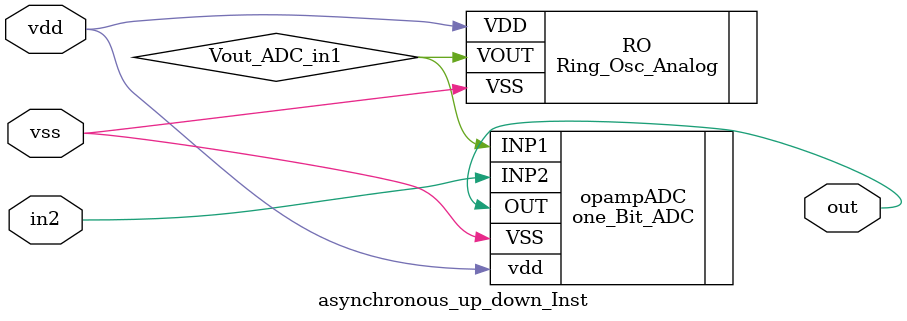
<source format=v>
module asynchronous_up_down_Inst
(
input in2,
input vdd,
input vss,

output out,
);

wire Vout_ADC_in1;


Ring_Osc_Analog RO(.VDD(vdd),
            .VSS(vss),
            .VOUT(Vout_ADC_in1));

one_Bit_ADC opampADC(.INP1(Vout_ADC_in1),
                     .INP2(in2),
                     .vdd(vdd),
                     .VSS(vss),
                     .OUT(out));



endmodule

</source>
